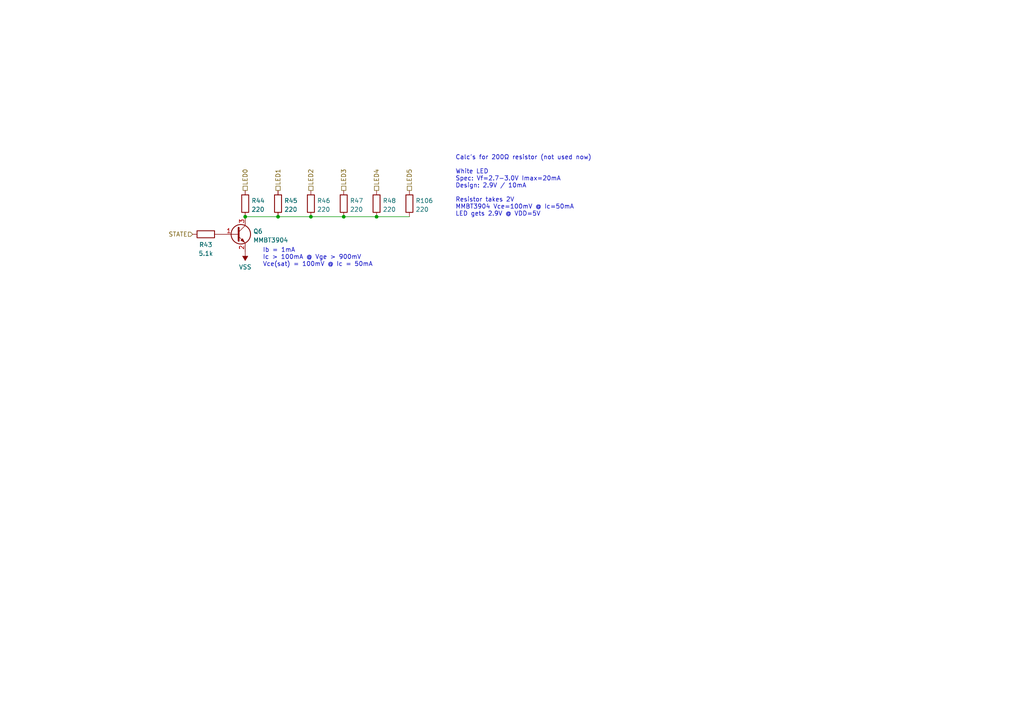
<source format=kicad_sch>
(kicad_sch (version 20211123) (generator eeschema)
  (paper "A4")
  (lib_symbols
    (symbol "Device:R" (pin_numbers hide) (pin_names (offset 0))
      (property "Reference" "R" (at 2.032 0 90))
      (property "Value" "R" (at 0 0 90))
      (symbol "R_0_1"
        (rectangle (start -1.016 -2.54) (end 1.016 2.54) (stroke (width 0.254)))
      )
      (symbol "R_1_1"
        (pin passive line (at 0 3.81 270) (length 1.27) (name "~") (number "1"))
        (pin passive line (at 0 -3.81 90) (length 1.27) (name "~") (number "2"))
      )
    )
    (symbol "Transistor_BJT:MMBT3904" (pin_names (offset 0) hide)
      (property "Reference" "Q" (at 5.08 1.905 0))
      (property "Value" "MMBT3904" (at 5.08 0 0))
      (symbol "MMBT3904_0_1"
        (polyline (pts (xy 0.635 0.635) (xy 2.54 2.54)))
        (polyline (pts (xy 0.635 -0.635) (xy 2.54 -2.54) (xy 2.54 -2.54)))
        (polyline (pts (xy 0.635 1.905) (xy 0.635 -1.905) (xy 0.635 -1.905)) (stroke (width 0.508)))
        (polyline (pts (xy 1.27 -1.778) (xy 1.778 -1.27) (xy 2.286 -2.286) (xy 1.27 -1.778) (xy 1.27 -1.778)) (fill (type outline)))
        (circle (center 1.27 0) (radius 2.8194) (stroke (width 0.254)))
      )
      (symbol "MMBT3904_1_1"
        (pin input line (at -5.08 0 0) (length 5.715) (name "B") (number "1"))
        (pin passive line (at 2.54 -5.08 90) (length 2.54) (name "E") (number "2"))
        (pin passive line (at 2.54 5.08 270) (length 2.54) (name "C") (number "3"))
      )
    )
    (symbol "power:VSS" (power) (pin_names (offset 0))
      (property "Value" "VSS" (at 0 3.81 0))
      (symbol "VSS_0_1"
        (polyline (pts (xy 0 0) (xy 0 2.54)))
        (polyline (pts (xy 0.762 1.27) (xy -0.762 1.27) (xy 0 2.54) (xy 0.762 1.27)) (fill (type outline)))
      )
      (symbol "VSS_1_1"
        (pin power_in line (at 0 0 90) (length 0) hide (name "VSS") (number "1"))
      )
    )
  )
  (junction (at 99.695 62.865))
  (junction (at 80.645 62.865))
  (junction (at 71.12 62.865))
  (junction (at 90.17 62.865))
  (junction (at 109.22 62.865))
  (wire (pts (xy 71.12 62.865) (xy 80.645 62.865)))
  (wire (pts (xy 99.695 62.865) (xy 109.22 62.865)))
  (wire (pts (xy 109.22 62.865) (xy 118.745 62.865)))
  (wire (pts (xy 90.17 62.865) (xy 99.695 62.865)))
  (wire (pts (xy 80.645 62.865) (xy 90.17 62.865)))
  (text "Calc's for 200Ω resistor (not used now)\n\nWhite LED\nSpec: Vf=2.7-3.0V Imax=20mA\nDesign: 2.9V / 10mA\n\nResistor takes 2V\nMMBT3904 Vce=100mV @ Ic=50mA\nLED gets 2.9V @ VDD=5V" (at 132.08 62.865 0) (effects (font (size 1.27 1.27)) (justify left bottom)))
  (text "Ib = 1mA\nIc > 100mA @ Vge > 900mV\nVce(sat) = 100mV @ Ic = 50mA" (at 76.2 77.47 0) (effects (font (size 1.27 1.27)) (justify left bottom)))
  (hierarchical_label "LED2" (shape passive) (at 90.17 55.245 90))
  (hierarchical_label "LED1" (shape passive) (at 80.645 55.245 90))
  (hierarchical_label "LED5" (shape passive) (at 118.745 55.245 90))
  (hierarchical_label "LED3" (shape passive) (at 99.695 55.245 90))
  (hierarchical_label "LED0" (shape passive) (at 71.12 55.245 90))
  (hierarchical_label "STATE" (shape input) (at 55.88 67.945 180))
  (hierarchical_label "LED4" (shape passive) (at 109.22 55.245 90))
  (symbol (lib_id "Device:R") (at 109.22 59.055 0) (unit 1)
    (property "Reference" "R48" (at 110.998 58.2203 0) (effects (justify left)))
    (property "Value" "220" (at 110.998 60.7572 0) (effects (justify left)))
    (property "Footprint" "Resistor_SMD:R_0402_1005Metric" (effects hide))
    (property "Datasheet" "https://datasheet.lcsc.com/lcsc/2205311900_UNI-ROYAL-Uniroyal-Elec-0402WGF2000TCE_C25087.pdf" (effects hide))
    (property "JLC" "C25091" (effects hide))
  )
  (symbol (lib_id "Device:R") (at 71.12 59.055 0) (unit 1)
    (property "Reference" "R44" (at 72.898 58.2203 0) (effects (justify left)))
    (property "Value" "220" (at 72.898 60.7572 0) (effects (justify left)))
    (property "Footprint" "Resistor_SMD:R_0402_1005Metric" (effects hide))
    (property "Datasheet" "https://datasheet.lcsc.com/lcsc/2205311900_UNI-ROYAL-Uniroyal-Elec-0402WGF2000TCE_C25087.pdf" (effects hide))
    (property "JLC" "C25091" (effects hide))
  )
  (symbol (lib_id "Device:R") (at 59.69 67.945 90) (unit 1)
    (property "Reference" "R43" (at 59.69 70.9914 90))
    (property "Value" "5.1k" (at 59.69 73.5283 90))
    (property "Footprint" "Resistor_SMD:R_0402_1005Metric" (effects hide))
    (property "Datasheet" "https://datasheet.lcsc.com/lcsc/2206010045_UNI-ROYAL-Uniroyal-Elec-0402WGF5101TCE_C25905.pdf" (effects hide))
    (property "JLC" "C25905" (effects hide))
  )
  (symbol (lib_id "Device:R") (at 118.745 59.055 0) (unit 1)
    (property "Reference" "R106" (at 120.523 58.2203 0) (effects (justify left)))
    (property "Value" "220" (at 120.523 60.7572 0) (effects (justify left)))
    (property "Footprint" "Resistor_SMD:R_0402_1005Metric" (effects hide))
    (property "Datasheet" "https://datasheet.lcsc.com/lcsc/2205311900_UNI-ROYAL-Uniroyal-Elec-0402WGF2000TCE_C25087.pdf" (effects hide))
    (property "JLC" "C25091" (effects hide))
  )
  (symbol (lib_id "Device:R") (at 80.645 59.055 0) (unit 1)
    (property "Reference" "R45" (at 82.423 58.2203 0) (effects (justify left)))
    (property "Value" "220" (at 82.423 60.7572 0) (effects (justify left)))
    (property "Footprint" "Resistor_SMD:R_0402_1005Metric" (effects hide))
    (property "Datasheet" "https://datasheet.lcsc.com/lcsc/2205311900_UNI-ROYAL-Uniroyal-Elec-0402WGF2000TCE_C25087.pdf" (effects hide))
    (property "JLC" "C25091" (effects hide))
  )
  (symbol (lib_id "Transistor_BJT:MMBT3904") (at 68.58 67.945 0) (unit 1)
    (property "Reference" "Q6" (at 73.4314 67.1103 0) (effects (justify left)))
    (property "Value" "MMBT3904" (at 73.4314 69.6472 0) (effects (justify left)))
    (property "Footprint" "Package_TO_SOT_SMD:SOT-23" (effects hide))
    (property "Datasheet" "https://datasheet.lcsc.com/lcsc/2207041900_Jiangsu-Changjing-Electronics-Technology-Co---Ltd--MMBT3904_C20526.pdf" (effects hide))
    (property "JLC" "C20526" (effects hide))
  )
  (symbol (lib_id "Device:R") (at 90.17 59.055 0) (unit 1)
    (property "Reference" "R46" (at 91.948 58.2203 0) (effects (justify left)))
    (property "Value" "220" (at 91.948 60.7572 0) (effects (justify left)))
    (property "Footprint" "Resistor_SMD:R_0402_1005Metric" (effects hide))
    (property "Datasheet" "https://datasheet.lcsc.com/lcsc/2205311900_UNI-ROYAL-Uniroyal-Elec-0402WGF2000TCE_C25087.pdf" (effects hide))
    (property "JLC" "C25091" (effects hide))
  )
  (symbol (lib_id "power:VSS") (at 71.12 73.025 180) (unit 1)
    (property "Reference" "#PWR059" (effects hide))
    (property "Value" "VSS" (at 71.12 77.4684 0))
  )
  (symbol (lib_id "Device:R") (at 99.695 59.055 0) (unit 1)
    (property "Reference" "R47" (at 101.473 58.2203 0) (effects (justify left)))
    (property "Value" "220" (at 101.473 60.7572 0) (effects (justify left)))
    (property "Footprint" "Resistor_SMD:R_0402_1005Metric" (effects hide))
    (property "Datasheet" "https://datasheet.lcsc.com/lcsc/2205311900_UNI-ROYAL-Uniroyal-Elec-0402WGF2000TCE_C25087.pdf" (effects hide))
    (property "JLC" "C25091" (effects hide))
  )
)
</source>
